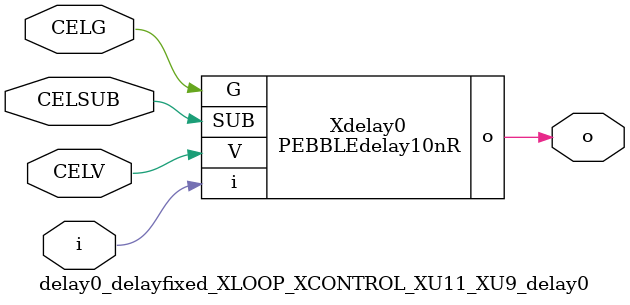
<source format=v>



module PEBBLEdelay10nR ( o, V, G, i, SUB );

  input V;
  input i;
  input G;
  output o;
  input SUB;
endmodule

//Celera Confidential Do Not Copy delay0_delayfixed_XLOOP_XCONTROL_XU11_XU9_delay0
//TYPE: fixed 10ns
module delay0_delayfixed_XLOOP_XCONTROL_XU11_XU9_delay0 (i, CELV, o,
CELG,CELSUB);
input CELV;
input i;
output o;
input CELSUB;
input CELG;

//Celera Confidential Do Not Copy delayfast0
PEBBLEdelay10nR Xdelay0(
.V (CELV),
.i (i),
.o (o),
.G (CELG),
.SUB (CELSUB)
);
//,diesize,PEBBLEdelay10nR

//Celera Confidential Do Not Copy Module End
//Celera Schematic Generator
endmodule

</source>
